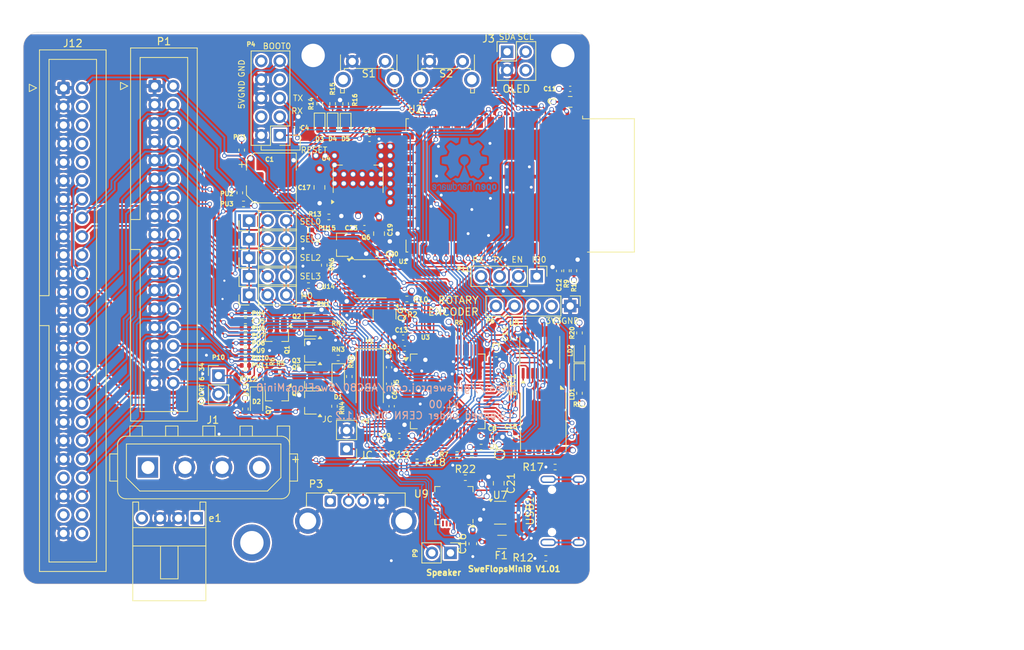
<source format=kicad_pcb>
(kicad_pcb
	(version 20241229)
	(generator "pcbnew")
	(generator_version "9.0")
	(general
		(thickness 1.6)
		(legacy_teardrops no)
	)
	(paper "A4")
	(title_block
		(title "SweFlopsMini8")
		(date "2025-09-30")
		(rev "1.01")
		(company "SweProj")
		(comment 1 "Licensed under CERN OHL v.1.2")
	)
	(layers
		(0 "F.Cu" signal)
		(4 "In1.Cu" signal)
		(6 "In2.Cu" signal)
		(2 "B.Cu" signal)
		(13 "F.Paste" user)
		(15 "B.Paste" user)
		(5 "F.SilkS" user "F.Silkscreen")
		(7 "B.SilkS" user "B.Silkscreen")
		(1 "F.Mask" user)
		(3 "B.Mask" user)
		(25 "Edge.Cuts" user)
		(27 "Margin" user)
		(31 "F.CrtYd" user "F.Courtyard")
		(29 "B.CrtYd" user "B.Courtyard")
		(35 "F.Fab" user)
	)
	(setup
		(stackup
			(layer "F.SilkS"
				(type "Top Silk Screen")
			)
			(layer "F.Paste"
				(type "Top Solder Paste")
			)
			(layer "F.Mask"
				(type "Top Solder Mask")
				(thickness 0.01)
			)
			(layer "F.Cu"
				(type "copper")
				(thickness 0.035)
			)
			(layer "dielectric 1"
				(type "prepreg")
				(thickness 0.1)
				(material "FR4")
				(epsilon_r 4.5)
				(loss_tangent 0.02)
			)
			(layer "In1.Cu"
				(type "copper")
				(thickness 0.035)
			)
			(layer "dielectric 2"
				(type "core")
				(thickness 1.24)
				(material "FR4")
				(epsilon_r 4.5)
				(loss_tangent 0.02)
			)
			(layer "In2.Cu"
				(type "copper")
				(thickness 0.035)
			)
			(layer "dielectric 3"
				(type "prepreg")
				(thickness 0.1)
				(material "FR4")
				(epsilon_r 4.5)
				(loss_tangent 0.02)
			)
			(layer "B.Cu"
				(type "copper")
				(thickness 0.035)
			)
			(layer "B.Mask"
				(type "Bottom Solder Mask")
				(thickness 0.01)
			)
			(layer "B.Paste"
				(type "Bottom Solder Paste")
			)
			(layer "B.SilkS"
				(type "Bottom Silk Screen")
			)
			(copper_finish "None")
			(dielectric_constraints no)
		)
		(pad_to_mask_clearance 0)
		(solder_mask_min_width 0.25)
		(pad_to_paste_clearance -0.000076)
		(allow_soldermask_bridges_in_footprints no)
		(tenting front back)
		(aux_axis_origin 86.26 30.19)
		(pcbplotparams
			(layerselection 0x00000000_00000000_55555555_575555ff)
			(plot_on_all_layers_selection 0x00000000_00000000_00000000_00000000)
			(disableapertmacros no)
			(usegerberextensions no)
			(usegerberattributes no)
			(usegerberadvancedattributes no)
			(creategerberjobfile no)
			(dashed_line_dash_ratio 12.000000)
			(dashed_line_gap_ratio 3.000000)
			(svgprecision 4)
			(plotframeref no)
			(mode 1)
			(useauxorigin yes)
			(hpglpennumber 1)
			(hpglpenspeed 20)
			(hpglpendiameter 15.000000)
			(pdf_front_fp_property_popups yes)
			(pdf_back_fp_property_popups yes)
			(pdf_metadata yes)
			(pdf_single_document no)
			(dxfpolygonmode yes)
			(dxfimperialunits yes)
			(dxfusepcbnewfont yes)
			(psnegative no)
			(psa4output no)
			(plot_black_and_white yes)
			(sketchpadsonfab no)
			(plotpadnumbers no)
			(hidednponfab no)
			(sketchdnponfab yes)
			(crossoutdnponfab yes)
			(subtractmaskfromsilk no)
			(outputformat 1)
			(mirror no)
			(drillshape 0)
			(scaleselection 1)
			(outputdirectory "gerbers")
		)
	)
	(net 0 "")
	(net 1 "GND")
	(net 2 "Net-(U3-PD0)")
	(net 3 "/nrst")
	(net 4 "Net-(U3-PD1)")
	(net 5 "+3V3")
	(net 6 "+5V")
	(net 7 "Net-(D1-K)")
	(net 8 "Net-(D1-A)")
	(net 9 "/disp_clk")
	(net 10 "/disp_dio")
	(net 11 "/~{selx}")
	(net 12 "/~{dskchg}")
	(net 13 "/~{inuse}")
	(net 14 "/~{index}")
	(net 15 "/~{sel0}")
	(net 16 "/~{sel1}")
	(net 17 "/~{mtron}")
	(net 18 "/dir")
	(net 19 "/~{step}")
	(net 20 "/~{wdata}")
	(net 21 "/~{wgate}")
	(net 22 "/~{trk0}")
	(net 23 "/~{wprot}")
	(net 24 "/~{rdata}")
	(net 25 "/~{side}")
	(net 26 "/~{rdy}")
	(net 27 "/rx")
	(net 28 "/tx")
	(net 29 "/boot0")
	(net 30 "/ja")
	(net 31 "/jb")
	(net 32 "/jc")
	(net 33 "Net-(LD1-A)")
	(net 34 "/usb+")
	(net 35 "/usb-")
	(net 36 "Net-(RN1-Pad2)")
	(net 37 "Net-(RN2-Pad2)")
	(net 38 "Net-(RN3-Pad2)")
	(net 39 "Net-(RN4-Pad2)")
	(net 40 "Net-(RN6-Pad2)")
	(net 41 "/~{index_3v3}")
	(net 42 "/~{trk0_3v3}")
	(net 43 "/~{wprot_3v3}")
	(net 44 "/~{rdy_3v3}")
	(net 45 "/~{rdata_3v3}")
	(net 46 "/~{dskchg_3v3}")
	(net 47 "Net-(LD2-A)")
	(net 48 "unconnected-(U2-IO07-Pad10)")
	(net 49 "unconnected-(U3-VBAT-Pad1)")
	(net 50 "/~{sely}")
	(net 51 "/io2")
	(net 52 "/enc_dt")
	(net 53 "/enc_clk")
	(net 54 "/~{sel3}")
	(net 55 "/~{sel2}")
	(net 56 "/spk-")
	(net 57 "/spk+")
	(net 58 "/io1")
	(net 59 "/boot1")
	(net 60 "Net-(Q1-G)")
	(net 61 "Net-(Q2-G)")
	(net 62 "Net-(Q3-G)")
	(net 63 "Net-(Q4-G)")
	(net 64 "Net-(Q6-G)")
	(net 65 "Net-(Q7-B)")
	(net 66 "/bt_right")
	(net 67 "/bt_left")
	(net 68 "unconnected-(U3-PC0-Pad8)")
	(net 69 "unconnected-(U3-PC1-Pad9)")
	(net 70 "unconnected-(U3-PC2-Pad10)")
	(net 71 "unconnected-(U3-PC3-Pad11)")
	(net 72 "unconnected-(U3-PA4-Pad20)")
	(net 73 "unconnected-(U3-PA5-Pad21)")
	(net 74 "unconnected-(U3-PA6-Pad22)")
	(net 75 "/spi_cs")
	(net 76 "/spi_clk")
	(net 77 "/spi_do")
	(net 78 "/spi_di")
	(net 79 "/swdio")
	(net 80 "/swclk")
	(net 81 "unconnected-(U3-PD2-Pad54)")
	(net 82 "/SD_DETECT")
	(net 83 "/esp32_tx")
	(net 84 "/esp32_rx")
	(net 85 "Net-(D3-K)")
	(net 86 "Net-(D3-A)")
	(net 87 "Net-(D4-K)")
	(net 88 "unconnected-(U2-IO13-Pad16)")
	(net 89 "unconnected-(U2-IO14-Pad17)")
	(net 90 "unconnected-(U2-IO15-Pad18)")
	(net 91 "unconnected-(U2-IO16-Pad19)")
	(net 92 "unconnected-(U2-IO17-Pad20)")
	(net 93 "unconnected-(U2-IO18-Pad21)")
	(net 94 "unconnected-(U2-USB_D--Pad22)")
	(net 95 "unconnected-(U2-USB_D+-Pad23)")
	(net 96 "/spi_sel")
	(net 97 "unconnected-(U2-IO26-Pad25)")
	(net 98 "unconnected-(U2-IO42-Pad36)")
	(net 99 "unconnected-(U2-IO45-Pad39)")
	(net 100 "unconnected-(U2-IO46-Pad40)")
	(net 101 "Net-(C12-Pad1)")
	(net 102 "ESP32_EN")
	(net 103 "ESP32_IO0")
	(net 104 "Net-(D4-A)")
	(net 105 "Net-(D5-K)")
	(net 106 "Net-(D5-A)")
	(net 107 "Net-(U3-PC12)")
	(net 108 "unconnected-(U6-DAT2-Pad1)")
	(net 109 "unconnected-(U6-DAT1-Pad7)")
	(net 110 "/spi_di_esp")
	(net 111 "/spi_clk_esp")
	(net 112 "/spi_do_esp")
	(net 113 "/spi_cs_esp")
	(net 114 "/spi_cs_stm")
	(net 115 "/spi_clk_stm")
	(net 116 "/spi_do_stm")
	(net 117 "/spi_di_stm")
	(net 118 "/sd_gnd")
	(net 119 "/sd_pwr")
	(net 120 "Net-(Q9-G)")
	(net 121 "Net-(USB1-CC1)")
	(net 122 "unconnected-(J12-Pin_24-Pad24)")
	(net 123 "Net-(USB1-CC2)")
	(net 124 "/USB_D-")
	(net 125 "/~{FD2S}")
	(net 126 "Net-(U7-VBUS)")
	(net 127 "unconnected-(J12-Pin_8-Pad8)")
	(net 128 "Net-(USB1-DN1)")
	(net 129 "Net-(USB1-DP1)")
	(net 130 "unconnected-(J12-Pin_48-Pad48)")
	(net 131 "/USB_D+")
	(net 132 "/USB_SHIELD")
	(net 133 "unconnected-(USB1-SBU2-Pad3)")
	(net 134 "unconnected-(USB1-SBU1-Pad9)")
	(net 135 "unconnected-(J12-Pin_4-Pad4)")
	(net 136 "/~{EXT_MOTOR}")
	(net 137 "unconnected-(J12-Pin_6-Pad6)")
	(net 138 "unconnected-(J12-Pin_43-Pad43)")
	(net 139 "unconnected-(J12-Pin_50-Pad50)")
	(net 140 "Net-(U9-~{RSTb})")
	(net 141 "unconnected-(U9-~{DSR}-Pad27)")
	(net 142 "unconnected-(U9-NC-Pad10)")
	(net 143 "unconnected-(U9-~{RXT}{slash}GPIO.1-Pad18)")
	(net 144 "unconnected-(U9-GPIO.4-Pad22)")
	(net 145 "unconnected-(U9-~{TXT}{slash}GPIO.0-Pad19)")
	(net 146 "unconnected-(U9-~{SUSPENDb}-Pad11)")
	(net 147 "unconnected-(U9-CHREN-Pad13)")
	(net 148 "unconnected-(U9-~{DCD}-Pad1)")
	(net 149 "unconnected-(U9-GPIO.5-Pad21)")
	(net 150 "unconnected-(U9-~{RI}{slash}CLK-Pad2)")
	(net 151 "~{CTS}")
	(net 152 "unconnected-(U9-SUSPEND-Pad12)")
	(net 153 "unconnected-(U9-CHR1-Pad14)")
	(net 154 "~{RTS}")
	(net 155 "unconnected-(U9-~{DTR}-Pad28)")
	(net 156 "unconnected-(U9-GPIO.6-Pad20)")
	(net 157 "unconnected-(U9-~{WAKEUP}{slash}GPIO.3-Pad16)")
	(net 158 "unconnected-(U9-CHR0-Pad15)")
	(net 159 "unconnected-(U9-RS485{slash}GPIO.2-Pad17)")
	(net 160 "/usb-r")
	(net 161 "/usb+r")
	(net 162 "unconnected-(J1-Pin_1-Pad1)")
	(net 163 "unconnected-(H4-Pad1)")
	(net 164 "unconnected-(e1-Pin_4-Pad4)")
	(footprint "Capacitor_SMD:C_0402_1005Metric" (layer "F.Cu") (at 123.0376 101.346 90))
	(footprint "Capacitor_SMD:C_0402_1005Metric" (layer "F.Cu") (at 110.49 68.552 90))
	(footprint "Capacitor_SMD:C_0402_1005Metric" (layer "F.Cu") (at 123.0376 103.604 -90))
	(footprint "Capacitor_SMD:C_0402_1005Metric" (layer "F.Cu") (at 123.3932 106.68 90))
	(footprint "Capacitor_SMD:C_0402_1005Metric" (layer "F.Cu") (at 137.696 99.568))
	(footprint "Capacitor_SMD:C_0402_1005Metric" (layer "F.Cu") (at 124.46 110.744 180))
	(footprint "Capacitor_SMD:C_0402_1005Metric" (layer "F.Cu") (at 125.194 98.806 180))
	(footprint "Capacitor_SMD:C_0805_2012Metric" (layer "F.Cu") (at 113.5126 76.7334 -90))
	(footprint "Capacitor_SMD:C_0402_1005Metric" (layer "F.Cu") (at 120.368 70.104))
	(footprint "Capacitor_SMD:C_0805_2012Metric" (layer "F.Cu") (at 121.666 83.058 -90))
	(footprint "Capacitor_SMD:C_0402_1005Metric" (layer "F.Cu") (at 121.412 85.852 180))
	(footprint "Capacitor_SMD:C_0402_1005Metric" (layer "F.Cu") (at 119.662 82.296 180))
	(footprint "Connector_IDC:IDC-Header_2x17_P2.54mm_Vertical" (layer "F.Cu") (at 90.96 62.86))
	(footprint "Resistor_SMD:R_0402_1005Metric" (layer "F.Cu") (at 102.87 71.628 -90))
	(footprint "Resistor_SMD:R_0402_1005Metric" (layer "F.Cu") (at 102.616 77.472 90))
	(footprint "Resistor_SMD:R_0402_1005Metric" (layer "F.Cu") (at 103.124 78.994 180))
	(footprint "Resistor_SMD:R_0402_1005Metric" (layer "F.Cu") (at 103.378 93.98 180))
	(footprint "Resistor_SMD:R_0402_1005Metric" (layer "F.Cu") (at 103.378 94.996 180))
	(footprint "Resistor_SMD:R_0402_1005Metric" (layer "F.Cu") (at 103.38 96.012 180))
	(footprint "Resistor_SMD:R_0402_1005Metric" (layer "F.Cu") (at 103.378 97.028 180))
	(footprint "Resistor_SMD:R_0402_1005Metric" (layer "F.Cu") (at 103.378 98.044 180))
	(footprint "Resistor_SMD:R_0402_1005Metric" (layer "F.Cu") (at 103.378 99.06 180))
	(footprint "Resistor_SMD:R_0402_1005Metric" (layer "F.Cu") (at 103.38 100.076 180))
	(footprint "Resistor_SMD:R_0402_1005Metric" (layer "F.Cu") (at 103.378 101.092 180))
	(footprint "Resistor_SMD:R_0402_1005Metric" (layer "F.Cu") (at 103.378 102.108 180))
	(footprint "Resistor_SMD:R_0402_1005Metric" (layer "F.Cu") (at 103.378 107.059 -90))
	(footprint "Resistor_SMD:R_0402_1005Metric" (layer "F.Cu") (at 112.016 92.71))
	(footprint "Resistor_SMD:R_0402_1005Metric" (layer "F.Cu") (at 116.08 96.52))
	(footprint "Resistor_SMD:R_0402_1005Metric" (layer "F.Cu") (at 116.078 100.076))
	(footprint "Resistor_SMD:R_0402_1005Metric" (layer "F.Cu") (at 115.57 106.68 90))
	(footprint "Resistor_SMD:R_0402_1005Metric" (layer "F.Cu") (at 117.602 102.614 90))
	(footprint "Resistor_SMD:R_0402_1005Metric" (layer "F.Cu") (at 114.173 87.376 -90))
	(footprint "Package_SO:TSSOP-14_4.4x5mm_P0.65mm" (layer "F.Cu") (at 120.4645 89.236))
	(footprint "Package_TO_SOT_SMD:SOT-223-3_TabPin2" (layer "F.Cu") (at 118.80722 75.5904 90))
	(footprint "Crystal:Crystal_SMD_5032-2Pin_5.0x3.2mm_HandSoldering" (layer "F.Cu") (at 120.396 103.438 -90))
	(footprint "Capacitor_SMD:CP_Elec_6.3x5.4" (layer "F.Cu") (at 106.928 75.438))
	(footprint "Resistor_SMD:R_0402_1005Metric"
		(layer "F.Cu")
		(uuid "00000000-0000-0000-0000-00005d39a780")
		(at 114.806 80.772)
		(descr "Resistor SMD 0402 (1005 Metric), square (rectangular) end terminal, IPC_7351 nominal, (Body size source: IPC-SM-782 page 72, https://www.pcb-3d.com/wordpress/wp-content/uploads/ipc-sm-782a_amendment_1_and_2.pdf), generated with kicad-footprint-generator")
		(tags "resistor")
		(property "Reference" "R13"
			(at -1.903 -0.381 0)
			(layer "F.SilkS")
			(uuid "4e4b64ba-740b-4dc2-b951-baa3237009c1")
			(effects
				(font
					(size 0.6 0.6)
					(thickness 0.15)
				)
			)
		)
		(property "Value" "4.7k"
			(at 0 1.17 0)
			(layer "F.Fab")
			(uuid "cbbee6b6-4907-46ed-bd9d-fc031e3389e8")
			(effects
				(font
					(size 1 1)
					(thickness 0.15)
				)
			)
		)
		(property "Datasheet" "~"
			(at 0 0 0)
			(layer "F.Fab")
			(hide yes)
			(uuid "4fbddc39-4ef7-47c1-a8bf-0e2c79e346bf")
			(effects
				(font
					(size 1.27 1.27)
					(thickness 0.15)
				)
			)
		)
		(property "Description" ""
			(at 0 0 0)
			(layer "F.Fab")
			(hide yes)
			(uuid "4fc7c88e-4460-4e51-8d59-92d7ae936e01")
			(effects
				(font
					(size 1.27 1.27)
					(thickness 0.15)
				)
			)
		)
		(property "JLCPCB PN" ""
			(at 0 0 0)
			(layer "F.Fab")
			(hide yes)
			(uuid "6b507f1e-a37f-4595-b1c8-a258ad6b4331")
			(effects
				(font
					(size 1 1)
					(thickness 0.15)
				)
			)
		)
		(property "LCSC" "C25900"
			(at 0 0 0)
			(layer "F.Fab")
			(hide yes)
			(uuid "e9056894-1fdf-4a68-9b96-980a68745e4e")
			(effects
				(font
					(size 1 1)
					(thickness 0.15)
				)
			)
		)
		(property "MFG Name" ""
			(at 0 0 0)
			(layer "F.Fab")
			(hide yes)
			(uuid "d29c5a92-3ac0-4775-9467-6c7071a7148e")
			(effects
				(font
					(size 1 1)
					(thickness 0.15)
				)
			)
		)
		(property "MFG Part Num" ""
			(at 0 0 0)
			(layer "F.Fab")
			(hide yes)
			(uuid "66ddd7b3-bd99-4f7f-b072-627fbe87030b")
			(effects
				(font
					(size 1 1)
					(thickness 0.15)
				)
			)
		)
		(property ki_fp_filters "R_*")
		(path "/00000000-0000-0000-0000-00005edf2bec")
		(sheetname "/")
		(sheetfile "SweFlopsMini8.kicad_sch")
		(attr smd)
		(fp_line
			(start -0.153641 -0.38)
			(end 0.153641 -0.38)
			(stroke
				(width 0.12)
				(type solid)
			)
			(layer "F.SilkS")
			(uuid "87f5e9bf-7b6b-4195-ad83-400112
... [3394708 chars truncated]
</source>
